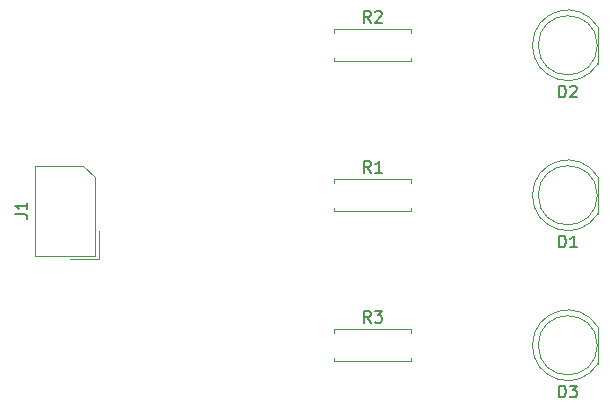
<source format=gbr>
%TF.GenerationSoftware,KiCad,Pcbnew,(6.0.7)*%
%TF.CreationDate,2022-08-16T13:58:00+09:00*%
%TF.ProjectId,test,74657374-2e6b-4696-9361-645f70636258,rev?*%
%TF.SameCoordinates,Original*%
%TF.FileFunction,Legend,Top*%
%TF.FilePolarity,Positive*%
%FSLAX46Y46*%
G04 Gerber Fmt 4.6, Leading zero omitted, Abs format (unit mm)*
G04 Created by KiCad (PCBNEW (6.0.7)) date 2022-08-16 13:58:00*
%MOMM*%
%LPD*%
G01*
G04 APERTURE LIST*
%ADD10C,0.150000*%
%ADD11C,0.120000*%
G04 APERTURE END LIST*
D10*
%TO.C,R1*%
X136993333Y-76822380D02*
X136660000Y-76346190D01*
X136421904Y-76822380D02*
X136421904Y-75822380D01*
X136802857Y-75822380D01*
X136898095Y-75870000D01*
X136945714Y-75917619D01*
X136993333Y-76012857D01*
X136993333Y-76155714D01*
X136945714Y-76250952D01*
X136898095Y-76298571D01*
X136802857Y-76346190D01*
X136421904Y-76346190D01*
X137945714Y-76822380D02*
X137374285Y-76822380D01*
X137660000Y-76822380D02*
X137660000Y-75822380D01*
X137564761Y-75965238D01*
X137469523Y-76060476D01*
X137374285Y-76108095D01*
%TO.C,J1*%
X106912380Y-80363333D02*
X107626666Y-80363333D01*
X107769523Y-80410952D01*
X107864761Y-80506190D01*
X107912380Y-80649047D01*
X107912380Y-80744285D01*
X107912380Y-79363333D02*
X107912380Y-79934761D01*
X107912380Y-79649047D02*
X106912380Y-79649047D01*
X107055238Y-79744285D01*
X107150476Y-79839523D01*
X107198095Y-79934761D01*
%TO.C,R3*%
X136993333Y-89522380D02*
X136660000Y-89046190D01*
X136421904Y-89522380D02*
X136421904Y-88522380D01*
X136802857Y-88522380D01*
X136898095Y-88570000D01*
X136945714Y-88617619D01*
X136993333Y-88712857D01*
X136993333Y-88855714D01*
X136945714Y-88950952D01*
X136898095Y-88998571D01*
X136802857Y-89046190D01*
X136421904Y-89046190D01*
X137326666Y-88522380D02*
X137945714Y-88522380D01*
X137612380Y-88903333D01*
X137755238Y-88903333D01*
X137850476Y-88950952D01*
X137898095Y-88998571D01*
X137945714Y-89093809D01*
X137945714Y-89331904D01*
X137898095Y-89427142D01*
X137850476Y-89474761D01*
X137755238Y-89522380D01*
X137469523Y-89522380D01*
X137374285Y-89474761D01*
X137326666Y-89427142D01*
%TO.C,R2*%
X136993333Y-64122380D02*
X136660000Y-63646190D01*
X136421904Y-64122380D02*
X136421904Y-63122380D01*
X136802857Y-63122380D01*
X136898095Y-63170000D01*
X136945714Y-63217619D01*
X136993333Y-63312857D01*
X136993333Y-63455714D01*
X136945714Y-63550952D01*
X136898095Y-63598571D01*
X136802857Y-63646190D01*
X136421904Y-63646190D01*
X137374285Y-63217619D02*
X137421904Y-63170000D01*
X137517142Y-63122380D01*
X137755238Y-63122380D01*
X137850476Y-63170000D01*
X137898095Y-63217619D01*
X137945714Y-63312857D01*
X137945714Y-63408095D01*
X137898095Y-63550952D01*
X137326666Y-64122380D01*
X137945714Y-64122380D01*
%TO.C,D3*%
X152931904Y-95852380D02*
X152931904Y-94852380D01*
X153170000Y-94852380D01*
X153312857Y-94900000D01*
X153408095Y-94995238D01*
X153455714Y-95090476D01*
X153503333Y-95280952D01*
X153503333Y-95423809D01*
X153455714Y-95614285D01*
X153408095Y-95709523D01*
X153312857Y-95804761D01*
X153170000Y-95852380D01*
X152931904Y-95852380D01*
X153836666Y-94852380D02*
X154455714Y-94852380D01*
X154122380Y-95233333D01*
X154265238Y-95233333D01*
X154360476Y-95280952D01*
X154408095Y-95328571D01*
X154455714Y-95423809D01*
X154455714Y-95661904D01*
X154408095Y-95757142D01*
X154360476Y-95804761D01*
X154265238Y-95852380D01*
X153979523Y-95852380D01*
X153884285Y-95804761D01*
X153836666Y-95757142D01*
%TO.C,D2*%
X152931904Y-70452380D02*
X152931904Y-69452380D01*
X153170000Y-69452380D01*
X153312857Y-69500000D01*
X153408095Y-69595238D01*
X153455714Y-69690476D01*
X153503333Y-69880952D01*
X153503333Y-70023809D01*
X153455714Y-70214285D01*
X153408095Y-70309523D01*
X153312857Y-70404761D01*
X153170000Y-70452380D01*
X152931904Y-70452380D01*
X153884285Y-69547619D02*
X153931904Y-69500000D01*
X154027142Y-69452380D01*
X154265238Y-69452380D01*
X154360476Y-69500000D01*
X154408095Y-69547619D01*
X154455714Y-69642857D01*
X154455714Y-69738095D01*
X154408095Y-69880952D01*
X153836666Y-70452380D01*
X154455714Y-70452380D01*
%TO.C,D1*%
X152931904Y-83152380D02*
X152931904Y-82152380D01*
X153170000Y-82152380D01*
X153312857Y-82200000D01*
X153408095Y-82295238D01*
X153455714Y-82390476D01*
X153503333Y-82580952D01*
X153503333Y-82723809D01*
X153455714Y-82914285D01*
X153408095Y-83009523D01*
X153312857Y-83104761D01*
X153170000Y-83152380D01*
X152931904Y-83152380D01*
X154455714Y-83152380D02*
X153884285Y-83152380D01*
X154170000Y-83152380D02*
X154170000Y-82152380D01*
X154074761Y-82295238D01*
X153979523Y-82390476D01*
X153884285Y-82438095D01*
D11*
%TO.C,R1*%
X140430000Y-80110000D02*
X140430000Y-79780000D01*
X133890000Y-77370000D02*
X140430000Y-77370000D01*
X133890000Y-80110000D02*
X140430000Y-80110000D01*
X133890000Y-79780000D02*
X133890000Y-80110000D01*
X133890000Y-77700000D02*
X133890000Y-77370000D01*
X140430000Y-77370000D02*
X140430000Y-77700000D01*
%TO.C,J1*%
X113670000Y-77220000D02*
X112670000Y-76220000D01*
X113670000Y-83840000D02*
X113670000Y-77220000D01*
X112670000Y-76220000D02*
X108550000Y-76220000D01*
X108550000Y-76220000D02*
X108550000Y-83840000D01*
X111560000Y-84140000D02*
X113970000Y-84140000D01*
X113970000Y-84140000D02*
X113970000Y-81730000D01*
X108550000Y-83840000D02*
X113670000Y-83840000D01*
%TO.C,R3*%
X140430000Y-92810000D02*
X140430000Y-92480000D01*
X133890000Y-90070000D02*
X140430000Y-90070000D01*
X133890000Y-92810000D02*
X140430000Y-92810000D01*
X133890000Y-92480000D02*
X133890000Y-92810000D01*
X133890000Y-90400000D02*
X133890000Y-90070000D01*
X140430000Y-90070000D02*
X140430000Y-90400000D01*
%TO.C,R2*%
X140430000Y-64670000D02*
X140430000Y-65000000D01*
X133890000Y-65000000D02*
X133890000Y-64670000D01*
X133890000Y-67080000D02*
X133890000Y-67410000D01*
X133890000Y-67410000D02*
X140430000Y-67410000D01*
X133890000Y-64670000D02*
X140430000Y-64670000D01*
X140430000Y-67410000D02*
X140430000Y-67080000D01*
%TO.C,D3*%
X156230000Y-92985000D02*
X156230000Y-89895000D01*
X156230000Y-89895170D02*
G75*
G03*
X150680000Y-91440462I-2560000J-1544830D01*
G01*
X150680000Y-91439538D02*
G75*
G03*
X156230000Y-92984830I2990000J-462D01*
G01*
X156170000Y-91440000D02*
G75*
G03*
X156170000Y-91440000I-2500000J0D01*
G01*
%TO.C,D2*%
X156230000Y-67585000D02*
X156230000Y-64495000D01*
X156230000Y-64495170D02*
G75*
G03*
X150680000Y-66040462I-2560000J-1544830D01*
G01*
X150680000Y-66039538D02*
G75*
G03*
X156230000Y-67584830I2990000J-462D01*
G01*
X156170000Y-66040000D02*
G75*
G03*
X156170000Y-66040000I-2500000J0D01*
G01*
%TO.C,D1*%
X156230000Y-80285000D02*
X156230000Y-77195000D01*
X156230000Y-77195170D02*
G75*
G03*
X150680000Y-78740462I-2560000J-1544830D01*
G01*
X150680000Y-78739538D02*
G75*
G03*
X156230000Y-80284830I2990000J-462D01*
G01*
X156170000Y-78740000D02*
G75*
G03*
X156170000Y-78740000I-2500000J0D01*
G01*
%TD*%
M02*

</source>
